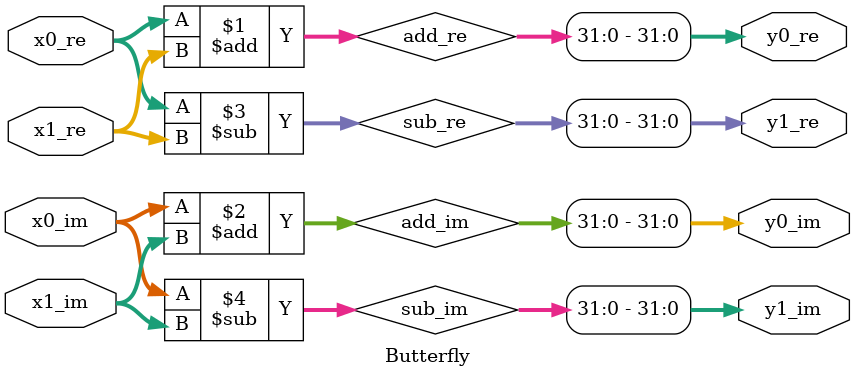
<source format=v>

module Butterfly #(
    parameter   INT_WIDTH = 16,
    parameter   FRA_WIDTH = 16
)(
    input   signed  [INT_WIDTH+FRA_WIDTH-1:0] x0_re,  
    input   signed  [INT_WIDTH+FRA_WIDTH-1:0] x0_im,  
    input   signed  [INT_WIDTH+FRA_WIDTH-1:0] x1_re,  
    input   signed  [INT_WIDTH+FRA_WIDTH-1:0] x1_im,  
    output  signed  [INT_WIDTH+FRA_WIDTH-1:0] y0_re,  
    output  signed  [INT_WIDTH+FRA_WIDTH-1:0] y0_im,  
    output  signed  [INT_WIDTH+FRA_WIDTH-1:0] y1_re,  
    output  signed  [INT_WIDTH+FRA_WIDTH-1:0] y1_im   
);

wire signed [INT_WIDTH+FRA_WIDTH:0]   add_re, add_im, sub_re, sub_im;


assign  add_re = x0_re + x1_re;
assign  add_im = x0_im + x1_im;
assign  sub_re = x0_re - x1_re;
assign  sub_im = x0_im - x1_im;

assign  y0_re = (add_re[INT_WIDTH+FRA_WIDTH-1:0]) ;
assign  y0_im = (add_im[INT_WIDTH+FRA_WIDTH-1:0]) ;
assign  y1_re = (sub_re[INT_WIDTH+FRA_WIDTH-1:0]) ;
assign  y1_im = (sub_im[INT_WIDTH+FRA_WIDTH-1:0]) ;

endmodule
</source>
